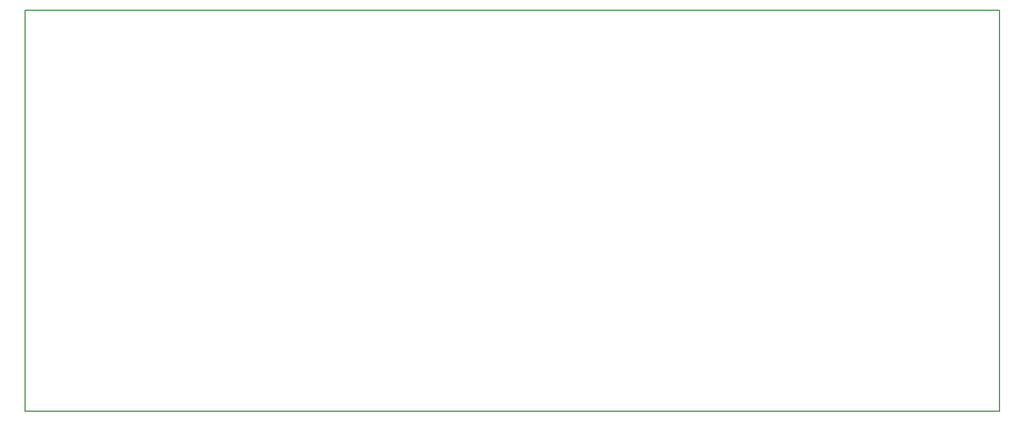
<source format=gbr>
G04 #@! TF.GenerationSoftware,KiCad,Pcbnew,(5.0.2)-1*
G04 #@! TF.CreationDate,2019-01-06T13:33:06-08:00*
G04 #@! TF.ProjectId,banana-nixie-clock,62616e61-6e61-42d6-9e69-7869652d636c,rev?*
G04 #@! TF.SameCoordinates,Original*
G04 #@! TF.FileFunction,Profile,NP*
%FSLAX46Y46*%
G04 Gerber Fmt 4.6, Leading zero omitted, Abs format (unit mm)*
G04 Created by KiCad (PCBNEW (5.0.2)-1) date 1/6/2019 1:33:06 PM*
%MOMM*%
%LPD*%
G01*
G04 APERTURE LIST*
%ADD10C,0.150000*%
G04 APERTURE END LIST*
D10*
X22860000Y-101600000D02*
X22860000Y-41910000D01*
X167640000Y-101600000D02*
X22860000Y-101600000D01*
X167640000Y-41910000D02*
X167640000Y-101600000D01*
X22860000Y-41910000D02*
X167640000Y-41910000D01*
M02*

</source>
